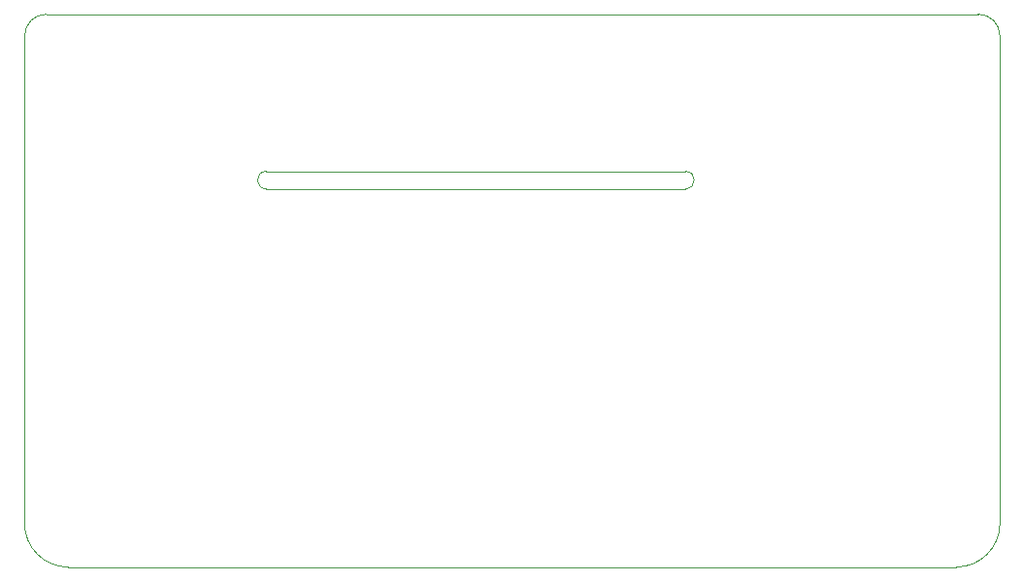
<source format=gbr>
%TF.GenerationSoftware,KiCad,Pcbnew,(6.0.8)*%
%TF.CreationDate,2022-11-26T11:41:08-06:00*%
%TF.ProjectId,tt-relay-board,74742d72-656c-4617-992d-626f6172642e,rev?*%
%TF.SameCoordinates,Original*%
%TF.FileFunction,Profile,NP*%
%FSLAX46Y46*%
G04 Gerber Fmt 4.6, Leading zero omitted, Abs format (unit mm)*
G04 Created by KiCad (PCBNEW (6.0.8)) date 2022-11-26 11:41:08*
%MOMM*%
%LPD*%
G01*
G04 APERTURE LIST*
%TA.AperFunction,Profile*%
%ADD10C,0.025400*%
%TD*%
G04 APERTURE END LIST*
D10*
X45720000Y-101600000D02*
X123190000Y-101600000D01*
X127000000Y-97790000D02*
X127000000Y-55245000D01*
X41910000Y-55245000D02*
X41910000Y-97790000D01*
X99568000Y-68580000D02*
G75*
G03*
X99568000Y-67056000I0J762000D01*
G01*
X43815000Y-53340000D02*
G75*
G03*
X41910000Y-55245000I0J-1905000D01*
G01*
X62992000Y-67056000D02*
G75*
G03*
X62992000Y-68580000I0J-762000D01*
G01*
X99568000Y-68580000D02*
X62992000Y-68580000D01*
X62992000Y-67056000D02*
X99568000Y-67056000D01*
X125095000Y-53340000D02*
X43815000Y-53340000D01*
X41910000Y-97790000D02*
G75*
G03*
X45720000Y-101600000I3810000J0D01*
G01*
X127000000Y-55245000D02*
G75*
G03*
X125095000Y-53340000I-1905000J0D01*
G01*
X123190000Y-101600000D02*
G75*
G03*
X127000000Y-97790000I0J3810000D01*
G01*
M02*

</source>
